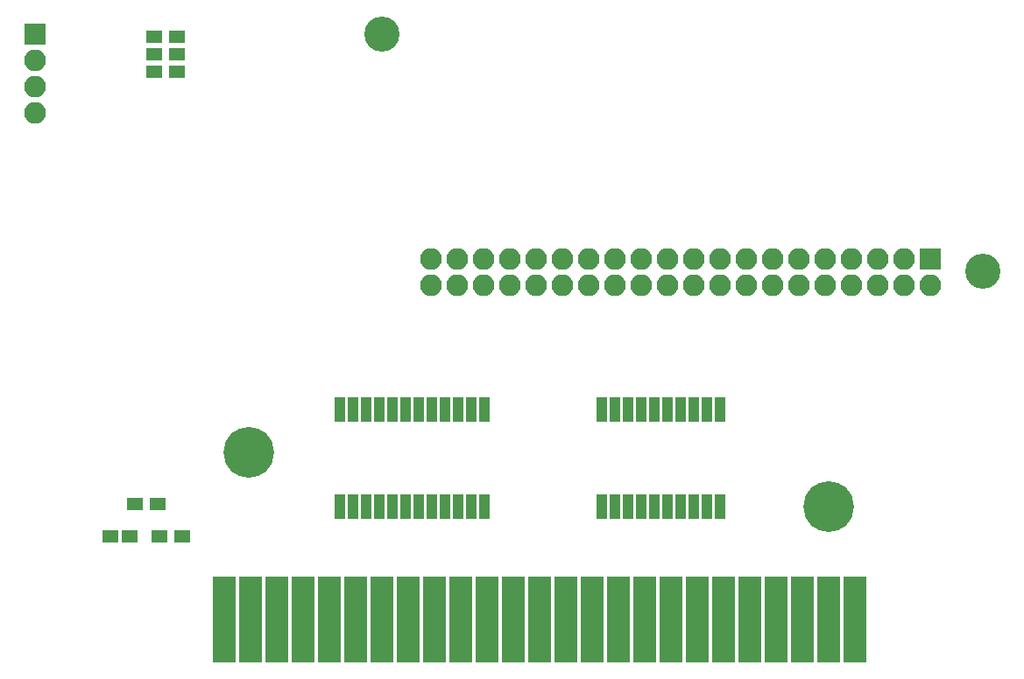
<source format=gbr>
G04 #@! TF.FileFunction,Soldermask,Bot*
%FSLAX46Y46*%
G04 Gerber Fmt 4.6, Leading zero omitted, Abs format (unit mm)*
G04 Created by KiCad (PCBNEW 4.0.7) date 01/15/20 01:12:04*
%MOMM*%
%LPD*%
G01*
G04 APERTURE LIST*
%ADD10C,0.100000*%
%ADD11C,3.400000*%
%ADD12R,1.600000X1.150000*%
%ADD13R,1.600000X1.300000*%
%ADD14R,1.000000X2.350000*%
%ADD15R,1.000000X2.400000*%
%ADD16R,2.100000X2.100000*%
%ADD17O,2.100000X2.100000*%
%ADD18C,4.900000*%
%ADD19R,2.200000X8.400000*%
G04 APERTURE END LIST*
D10*
D11*
X142248000Y-53129000D03*
D12*
X117854000Y-101790000D03*
X115954000Y-101790000D03*
D13*
X120185000Y-53403500D03*
X122385000Y-53403500D03*
X120185000Y-55118000D03*
X122385000Y-55118000D03*
X120185000Y-56832500D03*
X122385000Y-56832500D03*
X118323000Y-98615500D03*
X120523000Y-98615500D03*
X120672000Y-101790000D03*
X122872000Y-101790000D03*
D14*
X174879000Y-98871500D03*
X173609000Y-98871500D03*
X172339000Y-98871500D03*
X171069000Y-98871500D03*
X169799000Y-98871500D03*
X168529000Y-98871500D03*
X167259000Y-98871500D03*
X165989000Y-98871500D03*
X164719000Y-98871500D03*
X163449000Y-98871500D03*
X163449000Y-89471500D03*
X164719000Y-89471500D03*
X165989000Y-89471500D03*
X167259000Y-89471500D03*
X168529000Y-89471500D03*
X169799000Y-89471500D03*
X171069000Y-89471500D03*
X172339000Y-89471500D03*
X173609000Y-89471500D03*
X174879000Y-89471500D03*
D15*
X152083000Y-98869500D03*
X150813000Y-98869500D03*
X149543000Y-98869500D03*
X148273000Y-98869500D03*
X147003000Y-98869500D03*
X145733000Y-98869500D03*
X144463000Y-98869500D03*
X143193000Y-98869500D03*
X141923000Y-98869500D03*
X140653000Y-98869500D03*
X139383000Y-98869500D03*
X138113000Y-98869500D03*
X138113000Y-89469500D03*
X139383000Y-89469500D03*
X140653000Y-89469500D03*
X141923000Y-89469500D03*
X143193000Y-89469500D03*
X144463000Y-89469500D03*
X145733000Y-89469500D03*
X147003000Y-89469500D03*
X148273000Y-89469500D03*
X149543000Y-89469500D03*
X150813000Y-89469500D03*
X152083000Y-89469500D03*
D16*
X195199000Y-74930000D03*
D17*
X195199000Y-77470000D03*
X192659000Y-74930000D03*
X192659000Y-77470000D03*
X190119000Y-74930000D03*
X190119000Y-77470000D03*
X187579000Y-74930000D03*
X187579000Y-77470000D03*
X185039000Y-74930000D03*
X185039000Y-77470000D03*
X182499000Y-74930000D03*
X182499000Y-77470000D03*
X179959000Y-74930000D03*
X179959000Y-77470000D03*
X177419000Y-74930000D03*
X177419000Y-77470000D03*
X174879000Y-74930000D03*
X174879000Y-77470000D03*
X172339000Y-74930000D03*
X172339000Y-77470000D03*
X169799000Y-74930000D03*
X169799000Y-77470000D03*
X167259000Y-74930000D03*
X167259000Y-77470000D03*
X164719000Y-74930000D03*
X164719000Y-77470000D03*
X162179000Y-74930000D03*
X162179000Y-77470000D03*
X159639000Y-74930000D03*
X159639000Y-77470000D03*
X157099000Y-74930000D03*
X157099000Y-77470000D03*
X154559000Y-74930000D03*
X154559000Y-77470000D03*
X152019000Y-74930000D03*
X152019000Y-77470000D03*
X149479000Y-74930000D03*
X149479000Y-77470000D03*
X146939000Y-74930000D03*
X146939000Y-77470000D03*
D18*
X185356640Y-98869440D03*
D19*
X187972840Y-109799440D03*
X185432840Y-109799440D03*
X182892840Y-109799440D03*
X180352840Y-109799440D03*
X177812840Y-109799440D03*
X175272840Y-109799440D03*
X172732840Y-109799440D03*
X170192840Y-109799440D03*
X167652840Y-109799440D03*
X165112840Y-109799440D03*
X162572840Y-109799440D03*
X160032840Y-109799440D03*
X157492840Y-109799440D03*
X154952840Y-109799440D03*
X152412840Y-109799440D03*
X149872840Y-109799440D03*
X147332840Y-109799440D03*
X144792840Y-109799440D03*
X142252840Y-109799440D03*
X139712840Y-109799440D03*
X137172840Y-109799440D03*
X134632840Y-109799440D03*
X132092840Y-109799440D03*
X129552840Y-109799440D03*
X127012840Y-109799440D03*
D18*
X129357260Y-93667520D03*
D11*
X200279000Y-76136500D03*
D16*
X108712000Y-53149500D03*
D17*
X108712000Y-55689500D03*
X108712000Y-58229500D03*
X108712000Y-60769500D03*
M02*

</source>
